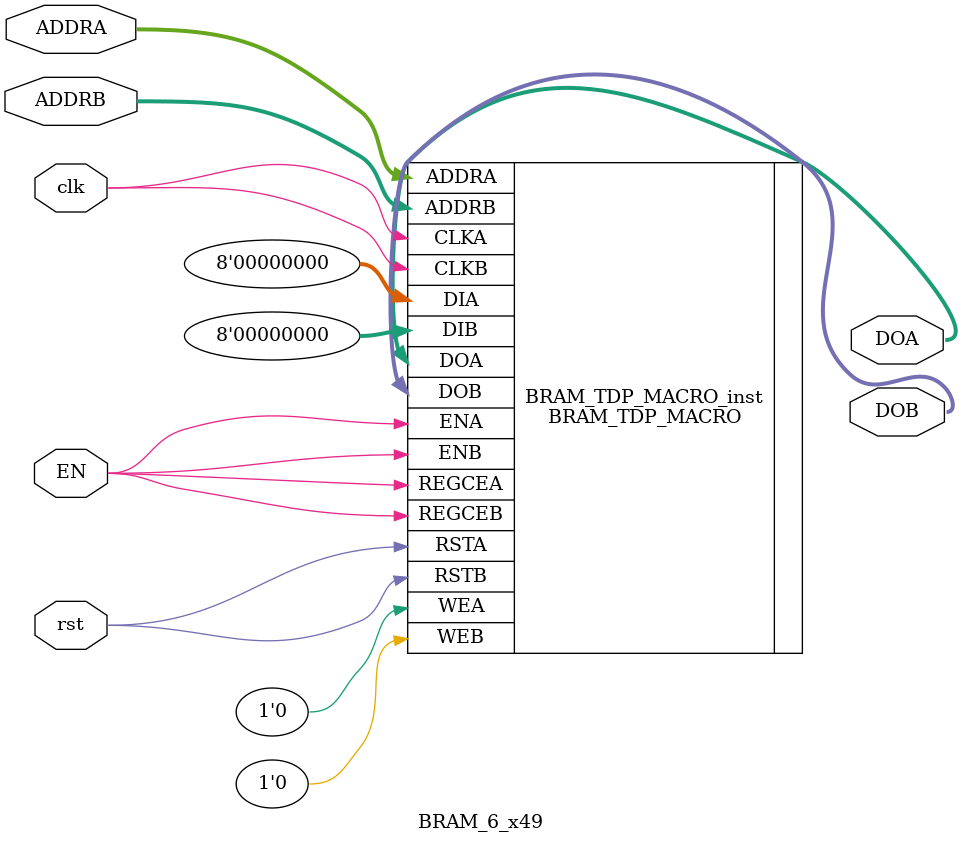
<source format=v>

module BRAM_6_x49(
    input [9:0] ADDRA,
    input [9:0] ADDRB,
    input clk,
    input rst, input EN,
    output [7:0] DOA,
    output [7:0] DOB
    );



// Spartan-6
// Xilinx HDL Libraries Guide, version 14.7
//////////////////////////////////////////////////////////////////////////
// DATA_WIDTH_A/B | BRAM_SIZE | RAM Depth | ADDRA/B Width | WEA/B Width //
// ===============|===========|===========|===============|=============//
// 19-36 | "18Kb" | 512 | 9-bit | 4-bit //
// 10-18 | "18Kb" | 1024 | 10-bit | 2-bit //
// 10-18 | "9Kb" | 512 | 9-bit | 2-bit //
// 5-9 | "18Kb" | 2048 | 11-bit | 1-bit //
// 5-9 | "9Kb" | 1024 | 10-bit | 1-bit //
// 3-4 | "18Kb" | 4096 | 12-bit | 1-bit //
// 3-4 | "9Kb" | 2048 | 11-bit | 1-bit //
// 2 | "18Kb" | 8192 | 13-bit | 1-bit //
// 2 | "9Kb" | 4096 | 12-bit | 1-bit //
// 1 | "18Kb" | 16384 | 14-bit | 1-bit //
// 1 | "9Kb" | 8192 | 12-bit | 1-bit //
//////////////////////////////////////////////////////////////////////////
BRAM_TDP_MACRO #(
	.BRAM_SIZE("9Kb"), // Target BRAM: "9Kb" or "18Kb"
	.DEVICE("SPARTAN6"), // Target device: "VIRTEX5", "VIRTEX6", "SPARTAN6"
	.DOA_REG(1), // Optional port A output register (0 or 1)
	.DOB_REG(1), // Optional port B output register (0 or 1)
	.INIT_A(36'h0123), // Initial values on port A output port
	.INIT_B(36'h3210), // Initial values on port B output port
	.INIT_FILE ("NONE"),
	.READ_WIDTH_A (8), // Valid values are 1-36
	.READ_WIDTH_B (8), // Valid values are 1-36
	.SIM_COLLISION_CHECK ("NONE"), // Collision check enable "ALL", "WARNING_ONLY",
	// "GENERATE_X_ONLY" or "NONE"
	.SRVAL_A(36'h00000000), // Set/Reset value for port A output
	.SRVAL_B(36'h00000000), // Set/Reset value for port B output
	.WRITE_MODE_A("WRITE_FIRST"), // "WRITE_FIRST", "READ_FIRST", or "NO_CHANGE"
	.WRITE_MODE_B("WRITE_FIRST"), // "WRITE_FIRST", "READ_FIRST", or "NO_CHANGE"
	.WRITE_WIDTH_A(8), // Valid values are 1-36
	.WRITE_WIDTH_B(8), // Valid values are 1-36
	
.INIT_00(256'h1B324892CD002000E9A00F009B00C30003001F00F600F4006B00C200A8001F00),
.INIT_01(256'h467907D9D9002600B7C34363A400EE00D828D62807001700B30008007200D700),
.INIT_02(256'hA194ABB42A479EC73CCC036C9E001F008F0DCA8D4B8010004F003F0030005E00),
.INIT_03(256'h21F839D8E36045E0BF8892287C27EF27AE25F9A5408009006D000F0010006C00),
.INIT_04(256'h6527D2874B6342634AD64876C0007C003900C1004200A400EF00A200A200F100),
.INIT_05(256'h5C469E8187F5FB92709F07582796EEF177F3FA949A670900A2DB9ABC51677700),
.INIT_06(256'hC74A296A7F242FA487715CD116007300ADC60C462C809300D3CB47CBE9006300),
.INIT_07(256'h230CB84B6E954B72601FCED82CB13CD61935CDD20EE7C40064108577E0671F00),
.INIT_08(256'hE5CCB66C33FEDEFE175EF1FE65FE3DFEFDFEE1FE08FE0AFE95FE3CFE56FEE1FE),
.INIT_09(256'hB887F92727FED8FE493DBD9D5AFE10FE26D628D6F9FEE9FE4DFEF6FE8CFE29FE),
.INIT_0A(256'h5F6A554AD4B96039C232FD9260FEE1FE71F33473B57EEEFEB1FEC1FECEFEA0FE),
.INIT_0B(256'hDF06C7261D9EBB1E41766CD682D911D950DB075BBE7EF7FE93FEF1FEEEFE92FE),
.INIT_0C(256'h9BD92C79B59DBC9DB428B6883EFE82FEC7FE3FFEBCFE5AFE11FE5CFE5CFE0FFE),
.INIT_0D(256'hA2B8607F790B056C8E61F9A6D968100F890D046A6499F7FE5C256442AF9989FE),
.INIT_0E(256'h39B4D79481DAD15A798FA22FE8FE8DFE5338F2B8D27E6DFE2D35B93517FE9DFE),
.INIT_0F(256'hDDF246B5906BB58C9EE13026D24FC228E7CB332CF0193AFE9AEE7B891E99E1FE),
.INIT_10(256'hD161713F550039000E5E9D0050000F00B000EC00D0001E0079001600FC000100),
.INIT_11(256'h2DD6BF88FA00A400698FC8D102006F0030665E66D2002E0062003F000300CC00),
.INIT_12(256'hB21370CD0A3C04BC8D4FFC11B0000D0032DF0C5F7F80D300A7002A0050004F00),
.INIT_13(256'hD6DA26043D4201C272E031BE7A7EF57E54B958399B8005005A00E50049006400),
.INIT_14(256'hCA2E4470579C159C4B8DF6D30C007D001A006800B0005000110050005E008D00),
.INIT_15(256'hE704EBEAC8E00850FDC1C22F6E7C9DCC873777874EB02C001751D4E15DB00C00),
.INIT_16(256'hF01D1CC310A0302091DDCE83F4006700C19ED11E0780850096413541EA00DB00),
.INIT_17(256'h45492B2717A2B592BFEF62010E021FB2BAA928991F301F00761057A00FB0BC00),
.INIT_18(256'h2F9F8FC1ABFEC7FEF0A063FEAEFEF1FE4EFE12FE2EFEE0FE87FEE8FE02FEFFFE),
.INIT_19(256'hD328417604FE5AFE9771362FFCFE91FECE98A0982CFED0FE9CFEC1FEFDFE32FE),
.INIT_1A(256'h4CED8E33F4C2FA4273B102EF4EFEF3FECC21F2A1817E2DFE59FED4FEAEFEB1FE),
.INIT_1B(256'h2824D8FAC3BCFF3C8C1ECF4084800B80AA47A6C7657EFBFEA4FE1BFEB7FE9AFE),
.INIT_1C(256'h34D0BA8EA962EB62B573082DF2FE83FEE4FE96FE4EFEAEFEEFFEAEFEA0FE73FE),
.INIT_1D(256'h19FA1514361EF6AE033F3CD19082633279C98979B04ED2FEE9AF2A1FA34EF2FE),
.INIT_1E(256'h0EE3E23DEE5ECEDE6F23307D0AFE99FE3F602FE0F97E7BFE68BFCBBF14FE25FE),
.INIT_1F(256'hBBB7D5D9E95C4B6C41119CFFF0FCE14C4457D667E1CEE1FE88EEA95EF14E42FE),


	
	//===============================================================================
	
	.INIT_20(256'h0000000000000000000000000000000000000000000000000000000000000000),
	.INIT_21(256'h0000000000000000000000000000000000000000000000000000000000000000),
	.INIT_22(256'h0000000000000000000000000000000000000000000000000000000000000000),
	.INIT_23(256'h0000000000000000000000000000000000000000000000000000000000000000),
	.INIT_24(256'h0000000000000000000000000000000000000000000000000000000000000000),
	.INIT_25(256'h0000000000000000000000000000000000000000000000000000000000000000),
	.INIT_26(256'h0000000000000000000000000000000000000000000000000000000000000000),
	.INIT_27(256'h0000000000000000000000000000000000000000000000000000000000000000),
	.INIT_28(256'h0000000000000000000000000000000000000000000000000000000000000000),
	.INIT_29(256'h0000000000000000000000000000000000000000000000000000000000000000),
	.INIT_2A(256'h0000000000000000000000000000000000000000000000000000000000000000),
	.INIT_2B(256'h0000000000000000000000000000000000000000000000000000000000000000),
	.INIT_2C(256'h0000000000000000000000000000000000000000000000000000000000000000),
	.INIT_2D(256'h0000000000000000000000000000000000000000000000000000000000000000),
	.INIT_2E(256'h0000000000000000000000000000000000000000000000000000000000000000),
	.INIT_2F(256'h0000000000000000000000000000000000000000000000000000000000000000),
	.INIT_30(256'h0000000000000000000000000000000000000000000000000000000000000000),
	.INIT_31(256'h0000000000000000000000000000000000000000000000000000000000000000),
	.INIT_32(256'h0000000000000000000000000000000000000000000000000000000000000000),
	.INIT_33(256'h0000000000000000000000000000000000000000000000000000000000000000),
	.INIT_34(256'h0000000000000000000000000000000000000000000000000000000000000000),
	.INIT_35(256'h0000000000000000000000000000000000000000000000000000000000000000),
	.INIT_36(256'h0000000000000000000000000000000000000000000000000000000000000000),
	.INIT_37(256'h0000000000000000000000000000000000000000000000000000000000000000),
	.INIT_38(256'h0000000000000000000000000000000000000000000000000000000000000000),
	.INIT_39(256'h0000000000000000000000000000000000000000000000000000000000000000),
	.INIT_3A(256'h0000000000000000000000000000000000000000000000000000000000000000),
	.INIT_3B(256'h0000000000000000000000000000000000000000000000000000000000000000),
	.INIT_3C(256'h0000000000000000000000000000000000000000000000000000000000000000),
	.INIT_3D(256'h0000000000000000000000000000000000000000000000000000000000000000),
	.INIT_3E(256'h0000000000000000000000000000000000000000000000000000000000000000),
	.INIT_3F(256'h0000000000000000000000000000000000000000000000000000000000000000),


	// The next set of INITP_xx are for the parity bits
	.INITP_00(256'h0000000000000000000000000000000000000000000000000000000000000000),
	.INITP_01(256'h0000000000000000000000000000000000000000000000000000000000000000),
	.INITP_02(256'h0000000000000000000000000000000000000000000000000000000000000000),
	.INITP_03(256'h0000000000000000000000000000000000000000000000000000000000000000),
	// The next set of INITP_xx are for "18Kb" configuration only
	.INITP_04(256'h0000000000000000000000000000000000000000000000000000000000000000),
	.INITP_05(256'h0000000000000000000000000000000000000000000000000000000000000000),
	.INITP_06(256'h0000000000000000000000000000000000000000000000000000000000000000),
	.INITP_07(256'h0000000000000000000000000000000000000000000000000000000000000000)
) BRAM_TDP_MACRO_inst (
	.DOA(DOA), // Output port-A data, width defined by READ_WIDTH_A parameter
	.DOB(DOB), // Output port-B data, width defined by READ_WIDTH_B parameter
	.ADDRA(ADDRA), // Input port-A address, width defined by Port A depth
	.ADDRB(ADDRB), // Input port-B address, width defined by Port B depth
	.CLKA(clk), // 1-bit input port-A clock
	.CLKB(clk), // 1-bit input port-B clock
	.DIA(8'h0), // Input port-A data, width defined by WRITE_WIDTH_A parameter
	.DIB(8'h0), // Input port-B data, width defined by WRITE_WIDTH_B parameter
	.ENA(EN), // 1-bit input port-A enable
	.ENB(EN), // 1-bit input port-B enable
	.REGCEA(EN), // 1-bit input port-A output register enable
	.REGCEB(EN), // 1-bit input port-B output register enable
	.RSTA(rst), // 1-bit input port-A reset
	.RSTB(rst), // 1-bit input port-B reset
	.WEA(1'b0), // Input port-A write enable, width defined by Port A depth
	.WEB(1'b0) // Input port-B write enable, width defined by Port B depth
);
// End of BRAM_TDP_MACRO_inst instantiation
endmodule

</source>
